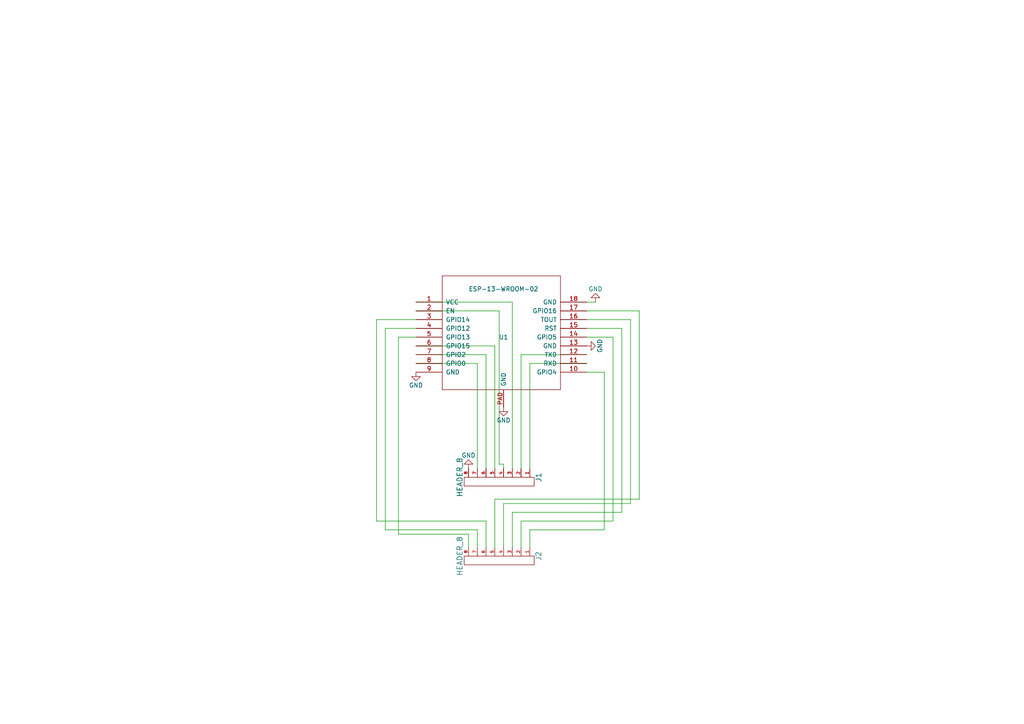
<source format=kicad_sch>
(kicad_sch (version 20230121) (generator eeschema)
  (paper "A4")
  (title_block (title "esp-wroom-02-break") (date "2017-01-01") (rev "1.1") (comment 1 "License: MIT"))
  (lib_symbols
    (symbol "ESP8266:ESP-13-WROOM-02" (pin_names (offset 1.016))
      (property "Reference" "U" (at 0 -2.54 0))
      (property "Value" "ESP-13-WROOM-02" (at 0 11.43 0))
      (symbol "ESP-13-WROOM-02_1_0"
        (rectangle (start -17.78 -17.78) (end 16.51 15.24))
      )
      (symbol "ESP-13-WROOM-02_1_1"
        (pin input line (at -25.4 7.62 0) (length 7.62) (name "VCC") (number "1"))
        (pin bidirectional line (at 24.13 -12.7 180) (length 7.62) (name "GPIO4") (number "10"))
        (pin bidirectional line (at 24.13 -10.16 180) (length 7.62) (name "RXD") (number "11"))
        (pin bidirectional line (at 24.13 -7.62 180) (length 7.62) (name "TXD") (number "12"))
        (pin power_in line (at 24.13 -5.08 180) (length 7.62) (name "GND") (number "13"))
        (pin bidirectional line (at 24.13 -2.54 180) (length 7.62) (name "GPIO5") (number "14"))
        (pin input line (at 24.13 0 180) (length 7.62) (name "RST") (number "15"))
        (pin output line (at 24.13 2.54 180) (length 7.62) (name "TOUT") (number "16"))
        (pin bidirectional line (at 24.13 5.08 180) (length 7.62) (name "GPIO16") (number "17"))
        (pin power_in line (at 24.13 7.62 180) (length 7.62) (name "GND") (number "18"))
        (pin passive line (at -25.4 5.08 0) (length 7.62) (name "EN") (number "2"))
        (pin input line (at -25.4 2.54 0) (length 7.62) (name "GPIO14") (number "3"))
        (pin bidirectional line (at -25.4 0 0) (length 7.62) (name "GPIO12") (number "4"))
        (pin bidirectional line (at -25.4 -2.54 0) (length 7.62) (name "GPIO13") (number "5"))
        (pin bidirectional line (at -25.4 -5.08 0) (length 7.62) (name "GPIO15") (number "6"))
        (pin bidirectional line (at -25.4 -7.62 0) (length 7.62) (name "GPIO2") (number "7"))
        (pin bidirectional line (at -25.4 -10.16 0) (length 7.62) (name "GPIO0") (number "8"))
        (pin power_in line (at -25.4 -12.7 0) (length 7.62) (name "GND") (number "9"))
        (pin power_in line (at 0 -22.86 90) (length 5.0038) (name "GND") (number "PAD"))
      )
    )
    (symbol "w_connectors:HEADER_8" (pin_names (offset 0))
      (property "Reference" "J" (at 0 11.43 0))
      (property "Value" "HEADER_8" (at 0 -11.43 0))
      (symbol "HEADER_8_0_1"
        (rectangle (start 2.54 10.16) (end 0 -10.16))
      )
      (symbol "HEADER_8_1_1"
        (pin passive line (at -2.54 8.89 0) (length 2.54) (name "~") (number "1"))
        (pin passive line (at -2.54 6.35 0) (length 2.54) (name "~") (number "2"))
        (pin passive line (at -2.54 3.81 0) (length 2.54) (name "~") (number "3"))
        (pin passive line (at -2.54 1.27 0) (length 2.54) (name "~") (number "4"))
        (pin passive line (at -2.54 -1.27 0) (length 2.54) (name "~") (number "5"))
        (pin passive line (at -2.54 -3.81 0) (length 2.54) (name "~") (number "6"))
        (pin passive line (at -2.54 -6.35 0) (length 2.54) (name "~") (number "7"))
        (pin passive line (at -2.54 -8.89 0) (length 2.54) (name "~") (number "8"))
      )
    )
    (symbol "wroom_break-rescue:GND" (power) (pin_names (offset 0))
      (property "Value" "GND" (at 0 -3.81 0))
      (symbol "GND_0_1"
        (polyline (pts (xy 0 0) (xy 0 -1.27) (xy 1.27 -1.27) (xy 0 -2.54) (xy -1.27 -1.27) (xy 0 -1.27)))
      )
      (symbol "GND_1_1"
        (pin power_in line (at 0 0 270) (length 0) hide (name "GND") (number "1"))
      )
    )
  )
  (wire (pts (xy 180.34 95.25) (xy 180.34 148.59)))
  (wire (pts (xy 185.42 144.78) (xy 143.51 144.78)))
  (wire (pts (xy 177.8 97.79) (xy 177.8 151.13)))
  (wire (pts (xy 120.65 102.87) (xy 140.97 102.87)))
  (wire (pts (xy 120.65 95.25) (xy 111.76 95.25)))
  (wire (pts (xy 151.13 151.13) (xy 151.13 158.75)))
  (wire (pts (xy 182.88 146.05) (xy 146.05 146.05)))
  (wire (pts (xy 182.88 92.71) (xy 182.88 146.05)))
  (wire (pts (xy 135.89 154.94) (xy 135.89 158.75)))
  (wire (pts (xy 109.22 92.71) (xy 109.22 151.13)))
  (wire (pts (xy 140.97 151.13) (xy 140.97 158.75)))
  (wire (pts (xy 170.18 92.71) (xy 182.88 92.71)))
  (wire (pts (xy 120.65 87.63) (xy 148.59 87.63)))
  (wire (pts (xy 148.59 87.63) (xy 148.59 135.89)))
  (wire (pts (xy 153.67 105.41) (xy 153.67 135.89)))
  (wire (pts (xy 120.65 100.33) (xy 143.51 100.33)))
  (wire (pts (xy 175.26 107.95) (xy 175.26 153.67)))
  (wire (pts (xy 143.51 144.78) (xy 143.51 158.75)))
  (wire (pts (xy 120.65 92.71) (xy 109.22 92.71)))
  (wire (pts (xy 120.65 97.79) (xy 115.57 97.79)))
  (wire (pts (xy 185.42 90.17) (xy 185.42 144.78)))
  (wire (pts (xy 140.97 102.87) (xy 140.97 135.89)))
  (wire (pts (xy 175.26 153.67) (xy 153.67 153.67)))
  (wire (pts (xy 144.78 90.17) (xy 144.78 134.62)))
  (wire (pts (xy 120.65 90.17) (xy 144.78 90.17)))
  (wire (pts (xy 148.59 148.59) (xy 148.59 158.75)))
  (wire (pts (xy 115.57 97.79) (xy 115.57 154.94)))
  (wire (pts (xy 180.34 148.59) (xy 148.59 148.59)))
  (wire (pts (xy 170.18 97.79) (xy 177.8 97.79)))
  (wire (pts (xy 144.78 134.62) (xy 146.05 134.62)))
  (wire (pts (xy 170.18 102.87) (xy 151.13 102.87)))
  (wire (pts (xy 111.76 153.67) (xy 138.43 153.67)))
  (wire (pts (xy 146.05 146.05) (xy 146.05 158.75)))
  (wire (pts (xy 146.05 134.62) (xy 146.05 135.89)))
  (wire (pts (xy 177.8 151.13) (xy 151.13 151.13)))
  (wire (pts (xy 170.18 87.63) (xy 172.72 87.63)))
  (wire (pts (xy 151.13 102.87) (xy 151.13 135.89)))
  (wire (pts (xy 111.76 95.25) (xy 111.76 153.67)))
  (wire (pts (xy 143.51 100.33) (xy 143.51 135.89)))
  (wire (pts (xy 170.18 105.41) (xy 153.67 105.41)))
  (wire (pts (xy 120.65 105.41) (xy 138.43 105.41)))
  (wire (pts (xy 109.22 151.13) (xy 140.97 151.13)))
  (wire (pts (xy 170.18 107.95) (xy 175.26 107.95)))
  (wire (pts (xy 138.43 153.67) (xy 138.43 158.75)))
  (wire (pts (xy 138.43 105.41) (xy 138.43 135.89)))
  (wire (pts (xy 153.67 153.67) (xy 153.67 158.75)))
  (wire (pts (xy 170.18 95.25) (xy 180.34 95.25)))
  (wire (pts (xy 115.57 154.94) (xy 135.89 154.94)))
  (wire (pts (xy 170.18 90.17) (xy 185.42 90.17)))
  (symbol (lib_id "ESP8266:ESP-13-WROOM-02") (at 146.05 95.25 0) (unit 1)
    (property "Reference" "U1" (at 146.05 97.79 0))
    (property "Value" "ESP-13-WROOM-02" (at 146.05 83.82 0))
    (property "Footprint" "ESP8266:ESP-13-WROOM-02" (effects hide))
  )
  (symbol (lib_id "wroom_break-rescue:GND") (at 172.72 87.63 180) (unit 1)
    (property "Reference" "#PWR01" (effects hide))
    (property "Value" "GND" (at 172.72 83.82 0))
  )
  (symbol (lib_id "wroom_break-rescue:GND") (at 120.65 107.95 0) (unit 1)
    (property "Reference" "#PWR02" (effects hide))
    (property "Value" "GND" (at 120.65 111.76 0))
  )
  (symbol (lib_id "w_connectors:HEADER_8") (at 144.78 138.43 270) (unit 1)
    (property "Reference" "J1" (at 156.21 138.43 0) (effects (font (size 1.524 1.524))))
    (property "Value" "HEADER_8" (at 133.35 138.43 0) (effects (font (size 1.524 1.524))))
    (property "Footprint" "simple_headers:Pin_Header_Straight_1x08_small" (effects hide))
  )
  (symbol (lib_id "w_connectors:HEADER_8") (at 144.78 161.29 270) (unit 1)
    (property "Reference" "J2" (at 156.21 161.29 0) (effects (font (size 1.524 1.524))))
    (property "Value" "HEADER_8" (at 133.35 161.29 0) (effects (font (size 1.524 1.524))))
    (property "Footprint" "simple_headers:Pin_Header_Straight_1x08_small" (effects hide))
  )
  (symbol (lib_id "wroom_break-rescue:GND") (at 135.89 135.89 180) (unit 1)
    (property "Reference" "#PWR03" (effects hide))
    (property "Value" "GND" (at 135.89 132.08 0))
  )
  (symbol (lib_id "wroom_break-rescue:GND") (at 170.18 100.33 90) (unit 1)
    (property "Reference" "#PWR04" (effects hide))
    (property "Value" "GND" (at 173.99 100.33 0))
  )
  (symbol (lib_id "wroom_break-rescue:GND") (at 146.05 118.11 0) (unit 1)
    (property "Reference" "#PWR05" (effects hide))
    (property "Value" "GND" (at 146.05 121.92 0))
  )
)
</source>
